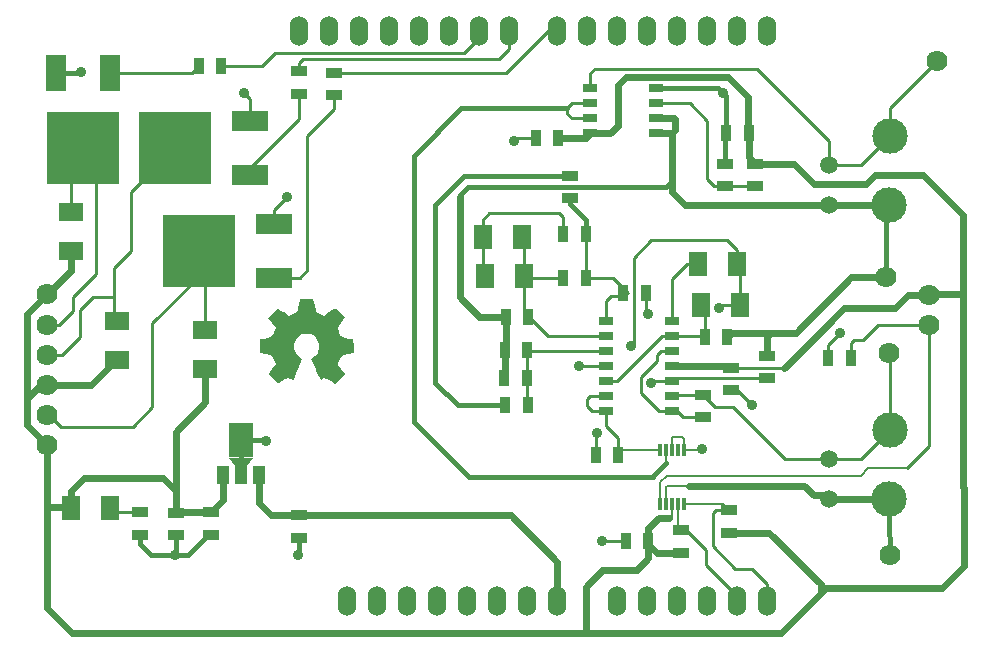
<source format=gtl>
G04 (created by PCBNEW (2013-07-07 BZR 4022)-stable) date 12/24/2014 2:10:28 AM*
%MOIN*%
G04 Gerber Fmt 3.4, Leading zero omitted, Abs format*
%FSLAX34Y34*%
G01*
G70*
G90*
G04 APERTURE LIST*
%ADD10C,0.00590551*%
%ADD11C,0.0001*%
%ADD12R,0.05X0.025*%
%ADD13R,0.055X0.035*%
%ADD14R,0.035X0.055*%
%ADD15R,0.0118X0.0402*%
%ADD16C,0.0700787*%
%ADD17R,0.12X0.065*%
%ADD18R,0.24X0.24*%
%ADD19R,0.065X0.12*%
%ADD20O,0.06X0.1*%
%ADD21C,0.0590551*%
%ADD22C,0.11811*%
%ADD23R,0.0394X0.0591*%
%ADD24R,0.0787X0.1181*%
%ADD25R,0.06X0.08*%
%ADD26R,0.08X0.06*%
%ADD27C,0.035*%
%ADD28C,0.01*%
%ADD29C,0.007*%
%ADD30C,0.015*%
%ADD31C,0.024*%
G04 APERTURE END LIST*
G54D10*
G54D11*
G36*
X73216Y-36727D02*
X73009Y-36772D01*
X72895Y-36799D01*
X72827Y-36827D01*
X72785Y-36872D01*
X72748Y-36947D01*
X72738Y-36971D01*
X72675Y-37126D01*
X72793Y-37290D01*
X72911Y-37455D01*
X72750Y-37614D01*
X72588Y-37773D01*
X72446Y-37670D01*
X72320Y-37593D01*
X72225Y-37568D01*
X72167Y-37595D01*
X72164Y-37600D01*
X72139Y-37626D01*
X72112Y-37620D01*
X72078Y-37574D01*
X72033Y-37481D01*
X71970Y-37336D01*
X71947Y-37280D01*
X71803Y-36927D01*
X71907Y-36845D01*
X72007Y-36728D01*
X72056Y-36585D01*
X72053Y-36434D01*
X72000Y-36291D01*
X71910Y-36185D01*
X71785Y-36119D01*
X71638Y-36096D01*
X71495Y-36120D01*
X71401Y-36169D01*
X71284Y-36298D01*
X71226Y-36444D01*
X71227Y-36596D01*
X71287Y-36742D01*
X71398Y-36861D01*
X71484Y-36929D01*
X71344Y-37273D01*
X71287Y-37411D01*
X71240Y-37525D01*
X71208Y-37601D01*
X71196Y-37626D01*
X71164Y-37621D01*
X71103Y-37596D01*
X71029Y-37575D01*
X70961Y-37595D01*
X70923Y-37617D01*
X70811Y-37690D01*
X70738Y-37730D01*
X70687Y-37736D01*
X70639Y-37708D01*
X70576Y-37646D01*
X70540Y-37608D01*
X70386Y-37450D01*
X70498Y-37287D01*
X70609Y-37124D01*
X70549Y-36970D01*
X70512Y-36886D01*
X70474Y-36835D01*
X70414Y-36804D01*
X70313Y-36778D01*
X70283Y-36772D01*
X70077Y-36727D01*
X70087Y-36506D01*
X70097Y-36286D01*
X70230Y-36260D01*
X70335Y-36239D01*
X70422Y-36220D01*
X70434Y-36217D01*
X70499Y-36169D01*
X70558Y-36058D01*
X70562Y-36050D01*
X70619Y-35900D01*
X70495Y-35731D01*
X70371Y-35562D01*
X70516Y-35414D01*
X70596Y-35337D01*
X70659Y-35283D01*
X70688Y-35266D01*
X70729Y-35284D01*
X70806Y-35329D01*
X70885Y-35380D01*
X71054Y-35494D01*
X71192Y-35436D01*
X71266Y-35401D01*
X71312Y-35363D01*
X71341Y-35302D01*
X71367Y-35200D01*
X71377Y-35154D01*
X71424Y-34930D01*
X71642Y-34940D01*
X71860Y-34950D01*
X71912Y-35164D01*
X71943Y-35280D01*
X71973Y-35351D01*
X72017Y-35394D01*
X72087Y-35430D01*
X72101Y-35436D01*
X72239Y-35494D01*
X72399Y-35380D01*
X72491Y-35319D01*
X72564Y-35277D01*
X72596Y-35266D01*
X72637Y-35289D01*
X72707Y-35346D01*
X72773Y-35409D01*
X72913Y-35552D01*
X72793Y-35729D01*
X72674Y-35907D01*
X72730Y-36053D01*
X72761Y-36128D01*
X72794Y-36176D01*
X72846Y-36208D01*
X72932Y-36233D01*
X73064Y-36260D01*
X73197Y-36286D01*
X73207Y-36506D01*
X73216Y-36727D01*
X73216Y-36727D01*
X73216Y-36727D01*
G37*
G54D12*
X83290Y-29420D03*
X83290Y-28920D03*
X83290Y-28420D03*
X83290Y-27920D03*
X81090Y-27920D03*
X81090Y-28420D03*
X81090Y-28920D03*
X81090Y-29420D03*
G54D13*
X85785Y-37230D03*
X85785Y-37980D03*
G54D14*
X82940Y-34748D03*
X82190Y-34748D03*
X84919Y-36212D03*
X85669Y-36212D03*
X80945Y-34240D03*
X80195Y-34240D03*
G54D13*
X86985Y-36840D03*
X86985Y-37590D03*
X84851Y-38880D03*
X84851Y-38130D03*
G54D14*
X82025Y-40140D03*
X81275Y-40140D03*
X86375Y-29400D03*
X85625Y-29400D03*
G54D13*
X68460Y-42045D03*
X68460Y-42795D03*
X67280Y-42065D03*
X67280Y-42815D03*
X71380Y-42145D03*
X71380Y-42895D03*
X66100Y-42795D03*
X66100Y-42045D03*
X86600Y-30425D03*
X86600Y-31175D03*
X85600Y-31175D03*
X85600Y-30425D03*
G54D14*
X79035Y-35530D03*
X78285Y-35530D03*
X68791Y-27170D03*
X68041Y-27170D03*
G54D13*
X71402Y-27351D03*
X71402Y-28101D03*
X84126Y-43404D03*
X84126Y-42654D03*
X85722Y-42725D03*
X85722Y-41975D03*
G54D14*
X83038Y-43008D03*
X82288Y-43008D03*
X78985Y-37580D03*
X78235Y-37580D03*
X78265Y-38490D03*
X79015Y-38490D03*
X79005Y-36629D03*
X78255Y-36629D03*
X80945Y-32790D03*
X80195Y-32790D03*
G54D13*
X72570Y-27407D03*
X72570Y-28157D03*
G54D14*
X89025Y-36910D03*
X89775Y-36910D03*
G54D13*
X80415Y-31590D03*
X80415Y-30840D03*
G54D15*
X84216Y-39965D03*
X84019Y-39965D03*
X83822Y-39965D03*
X83625Y-39965D03*
X83428Y-39965D03*
X83428Y-41777D03*
X83625Y-41777D03*
X83822Y-41777D03*
X84019Y-41777D03*
X84216Y-41777D03*
G54D12*
X83809Y-38668D03*
X83809Y-38168D03*
X83809Y-37668D03*
X83809Y-37168D03*
X83809Y-36668D03*
X83809Y-36168D03*
X83809Y-35668D03*
X81609Y-35668D03*
X81609Y-36168D03*
X81609Y-36668D03*
X81609Y-37168D03*
X81609Y-37668D03*
X81609Y-38168D03*
X81609Y-38668D03*
G54D16*
X63000Y-39800D03*
X62990Y-38806D03*
X62990Y-37802D03*
X62990Y-36798D03*
X62990Y-35794D03*
X62990Y-34790D03*
X92400Y-35800D03*
X92400Y-34796D03*
G54D17*
X70550Y-34228D03*
G54D18*
X68050Y-33328D03*
G54D17*
X70550Y-32428D03*
X69752Y-30814D03*
G54D18*
X67252Y-29914D03*
G54D17*
X69752Y-29014D03*
G54D19*
X65100Y-27400D03*
G54D18*
X64200Y-29900D03*
G54D19*
X63300Y-27400D03*
G54D20*
X78400Y-26000D03*
X77400Y-26000D03*
X76400Y-26000D03*
X75400Y-26000D03*
X74400Y-26000D03*
X73400Y-26000D03*
X72400Y-26000D03*
X71400Y-26000D03*
X76000Y-45000D03*
X75000Y-45000D03*
X74000Y-45000D03*
X73000Y-45000D03*
X77000Y-45000D03*
X78000Y-45000D03*
X79000Y-45000D03*
X80000Y-45000D03*
X82000Y-45000D03*
X83000Y-45000D03*
X84000Y-45000D03*
X85000Y-45000D03*
X86000Y-45000D03*
X87000Y-45000D03*
X87000Y-26000D03*
X86000Y-26000D03*
X85000Y-26000D03*
X84000Y-26000D03*
X83000Y-26000D03*
X82000Y-26000D03*
X81000Y-26000D03*
X80000Y-26000D03*
G54D21*
X89054Y-30477D03*
X89073Y-31815D03*
G54D22*
X91078Y-29509D03*
X91056Y-31797D03*
G54D21*
X89054Y-40277D03*
X89073Y-41615D03*
G54D22*
X91078Y-39309D03*
X91056Y-41597D03*
G54D14*
X80037Y-29568D03*
X79287Y-29568D03*
G54D23*
X68869Y-40809D03*
X69460Y-40809D03*
X70051Y-40809D03*
G54D24*
X69460Y-39647D03*
G54D10*
G36*
X69854Y-40227D02*
X69657Y-40522D01*
X69263Y-40522D01*
X69066Y-40227D01*
X69854Y-40227D01*
X69854Y-40227D01*
G37*
G54D25*
X77580Y-34170D03*
X78880Y-34170D03*
X78810Y-32860D03*
X77510Y-32860D03*
X84688Y-33770D03*
X85988Y-33770D03*
X86076Y-35156D03*
X84776Y-35156D03*
X63790Y-41900D03*
X65090Y-41900D03*
G54D26*
X68260Y-35970D03*
X68260Y-37270D03*
X65320Y-35670D03*
X65320Y-36970D03*
X63780Y-32030D03*
X63780Y-33330D03*
G54D16*
X92640Y-27020D03*
X90940Y-34200D03*
X91040Y-36740D03*
X91080Y-43470D03*
G54D27*
X81320Y-39410D03*
X82440Y-36520D03*
X85390Y-35250D03*
X83020Y-35448D03*
X83132Y-37737D03*
X84812Y-39933D03*
X78555Y-29670D03*
X89430Y-36075D03*
X86490Y-38490D03*
X81495Y-43020D03*
X80730Y-37185D03*
X71360Y-43460D03*
X70280Y-39680D03*
X67240Y-43460D03*
X70994Y-31528D03*
X69548Y-28060D03*
X85515Y-28070D03*
X64130Y-27360D03*
X92400Y-34796D03*
G54D28*
X72570Y-27407D02*
X78287Y-27407D01*
X79694Y-26000D02*
X80000Y-26000D01*
X78287Y-27407D02*
X79694Y-26000D01*
X71402Y-27351D02*
X71402Y-27076D01*
X78400Y-26610D02*
X78400Y-26000D01*
X78062Y-26948D02*
X78400Y-26610D01*
X71530Y-26948D02*
X78062Y-26948D01*
X71402Y-27076D02*
X71530Y-26948D01*
X68791Y-27170D02*
X70160Y-27170D01*
X77400Y-26254D02*
X77400Y-26000D01*
X76906Y-26747D02*
X77400Y-26254D01*
X70582Y-26747D02*
X76906Y-26747D01*
X70160Y-27170D02*
X70582Y-26747D01*
X85722Y-41975D02*
X85285Y-41975D01*
X87000Y-44447D02*
X87000Y-45000D01*
X86485Y-43932D02*
X87000Y-44447D01*
X85918Y-43932D02*
X86485Y-43932D01*
X85176Y-43190D02*
X85918Y-43932D01*
X85176Y-42084D02*
X85176Y-43190D01*
X85285Y-41975D02*
X85176Y-42084D01*
G54D29*
X84216Y-41777D02*
X85524Y-41777D01*
X85524Y-41777D02*
X85722Y-41975D01*
X84019Y-41777D02*
X84019Y-42547D01*
X84019Y-42547D02*
X84126Y-42654D01*
G54D28*
X84126Y-42654D02*
X84297Y-42654D01*
X86000Y-44826D02*
X86000Y-45000D01*
X84966Y-43792D02*
X86000Y-44826D01*
X84966Y-43323D02*
X84966Y-43792D01*
X84297Y-42654D02*
X84966Y-43323D01*
G54D29*
X83428Y-39965D02*
X82200Y-39965D01*
X82200Y-39965D02*
X82025Y-40140D01*
G54D28*
X81609Y-38668D02*
X81609Y-39161D01*
X82025Y-39577D02*
X82025Y-40140D01*
X81609Y-39161D02*
X82025Y-39577D01*
X81609Y-38668D02*
X81151Y-38668D01*
X81091Y-38168D02*
X81609Y-38168D01*
X80983Y-38276D02*
X81091Y-38168D01*
X80983Y-38500D02*
X80983Y-38276D01*
X81151Y-38668D02*
X80983Y-38500D01*
X90200Y-36300D02*
X89875Y-36300D01*
X89775Y-36400D02*
X89775Y-36910D01*
X89875Y-36300D02*
X89775Y-36400D01*
X90700Y-35800D02*
X92400Y-35800D01*
X90200Y-36300D02*
X90700Y-35800D01*
G54D29*
X90664Y-40590D02*
X90373Y-40590D01*
X83428Y-41053D02*
X83428Y-41777D01*
X83650Y-40831D02*
X83428Y-41053D01*
X90132Y-40831D02*
X83650Y-40831D01*
X90373Y-40590D02*
X90132Y-40831D01*
X90569Y-40590D02*
X90664Y-40590D01*
X90664Y-40590D02*
X91650Y-40590D01*
X91650Y-40590D02*
X91616Y-40590D01*
G54D28*
X91650Y-40590D02*
X92400Y-39840D01*
X92400Y-35800D02*
X92400Y-39840D01*
X92380Y-35780D02*
X92400Y-35800D01*
G54D30*
X82922Y-40866D02*
X83174Y-40866D01*
X77046Y-40866D02*
X75210Y-39030D01*
X75210Y-39030D02*
X75210Y-30165D01*
X75210Y-30165D02*
X76805Y-28570D01*
X80330Y-28570D02*
X76805Y-28570D01*
X82922Y-40866D02*
X77046Y-40866D01*
X83625Y-40415D02*
X83202Y-40838D01*
G54D29*
X83625Y-40415D02*
X83625Y-39965D01*
G54D30*
X83174Y-40866D02*
X83202Y-40838D01*
G54D28*
X81090Y-28420D02*
X80480Y-28420D01*
X80480Y-28420D02*
X80330Y-28570D01*
X80490Y-28920D02*
X81090Y-28920D01*
X80330Y-28570D02*
X80330Y-28760D01*
X80330Y-28760D02*
X80490Y-28920D01*
X81275Y-39455D02*
X81275Y-40140D01*
X81320Y-39410D02*
X81275Y-39455D01*
X85988Y-33770D02*
X85988Y-33318D01*
X82550Y-36410D02*
X82440Y-36520D01*
X82550Y-33560D02*
X82550Y-36410D01*
X83120Y-32990D02*
X82550Y-33560D01*
X85660Y-32990D02*
X83120Y-32990D01*
X85988Y-33318D02*
X85660Y-32990D01*
X86076Y-35156D02*
X85484Y-35156D01*
X85484Y-35156D02*
X85390Y-35250D01*
X86076Y-35156D02*
X86076Y-33858D01*
X86076Y-33858D02*
X85988Y-33770D01*
X91078Y-39309D02*
X91078Y-36778D01*
X91078Y-36778D02*
X91040Y-36740D01*
X89054Y-40277D02*
X87587Y-40277D01*
X85271Y-38550D02*
X84851Y-38130D01*
X85860Y-38550D02*
X85271Y-38550D01*
X87587Y-40277D02*
X85860Y-38550D01*
X89054Y-40277D02*
X90110Y-40277D01*
X90110Y-40277D02*
X91078Y-39309D01*
X88997Y-40220D02*
X89054Y-40277D01*
X84851Y-38130D02*
X83847Y-38130D01*
X83847Y-38130D02*
X83809Y-38168D01*
X77510Y-32860D02*
X77510Y-34100D01*
X77510Y-34100D02*
X77580Y-34170D01*
X80195Y-32790D02*
X80195Y-32205D01*
X77510Y-32300D02*
X77510Y-32860D01*
X77730Y-32080D02*
X77510Y-32300D01*
X80070Y-32080D02*
X77730Y-32080D01*
X80195Y-32205D02*
X80070Y-32080D01*
X84919Y-36212D02*
X84919Y-35299D01*
X84919Y-35299D02*
X84776Y-35156D01*
X83809Y-36168D02*
X84875Y-36168D01*
X84875Y-36168D02*
X84919Y-36212D01*
X83809Y-36168D02*
X83476Y-36168D01*
X81976Y-37668D02*
X81609Y-37668D01*
X83476Y-36168D02*
X81976Y-37668D01*
X83809Y-35668D02*
X83809Y-34274D01*
X84313Y-33770D02*
X84688Y-33770D01*
X83809Y-34274D02*
X84313Y-33770D01*
X81609Y-36668D02*
X79044Y-36668D01*
X79044Y-36668D02*
X79005Y-36629D01*
X78985Y-37580D02*
X78985Y-38460D01*
X78985Y-38460D02*
X79015Y-38490D01*
X79005Y-36629D02*
X79005Y-37560D01*
X79005Y-37560D02*
X78985Y-37580D01*
X79035Y-35530D02*
X79050Y-35530D01*
X79688Y-36168D02*
X81609Y-36168D01*
X79050Y-35530D02*
X79688Y-36168D01*
X78880Y-34170D02*
X78880Y-35375D01*
X78880Y-35375D02*
X79035Y-35530D01*
X78880Y-34170D02*
X78880Y-32930D01*
X78880Y-32930D02*
X78810Y-32860D01*
X80195Y-34240D02*
X78950Y-34240D01*
X78950Y-34240D02*
X78880Y-34170D01*
G54D30*
X80415Y-31590D02*
X80415Y-31785D01*
X80945Y-32315D02*
X80945Y-32790D01*
X80415Y-31785D02*
X80945Y-32315D01*
G54D28*
X81609Y-35668D02*
X81609Y-35009D01*
X82098Y-34840D02*
X82190Y-34748D01*
X81778Y-34840D02*
X82098Y-34840D01*
X81609Y-35009D02*
X81778Y-34840D01*
X80945Y-34240D02*
X81841Y-34240D01*
X82349Y-34748D02*
X82190Y-34748D01*
X81841Y-34240D02*
X82349Y-34748D01*
X80945Y-32790D02*
X80945Y-34240D01*
G54D30*
X77145Y-38490D02*
X76680Y-38490D01*
X76875Y-30840D02*
X80415Y-30840D01*
X75915Y-31800D02*
X76875Y-30840D01*
X75915Y-37725D02*
X75915Y-31800D01*
X76680Y-38490D02*
X75915Y-37725D01*
X78265Y-38490D02*
X77145Y-38490D01*
G54D28*
X77145Y-38490D02*
X77080Y-38490D01*
X83290Y-28420D02*
X84420Y-28420D01*
X85225Y-31175D02*
X85000Y-30950D01*
X85000Y-30950D02*
X85000Y-29000D01*
X85000Y-29000D02*
X84420Y-28420D01*
X85225Y-31175D02*
X85600Y-31175D01*
X85600Y-31175D02*
X86600Y-31175D01*
X68260Y-35970D02*
X68260Y-33538D01*
X68260Y-33538D02*
X68050Y-33328D01*
X65210Y-39198D02*
X65864Y-39198D01*
X68050Y-34194D02*
X68050Y-33328D01*
X66506Y-35738D02*
X68050Y-34194D01*
X66506Y-38556D02*
X66506Y-35738D01*
X65864Y-39198D02*
X66506Y-38556D01*
X62990Y-38806D02*
X63066Y-38806D01*
X63458Y-39198D02*
X65210Y-39198D01*
X63066Y-38806D02*
X63458Y-39198D01*
X65210Y-34840D02*
X65210Y-35560D01*
X65210Y-35560D02*
X65320Y-35670D01*
X65210Y-34872D02*
X65210Y-34840D01*
X65210Y-34840D02*
X65210Y-33918D01*
X65782Y-31384D02*
X67252Y-29914D01*
X65782Y-33346D02*
X65782Y-31384D01*
X65210Y-33918D02*
X65782Y-33346D01*
X65210Y-34872D02*
X64538Y-34872D01*
X63501Y-36798D02*
X62990Y-36798D01*
X64100Y-36200D02*
X63501Y-36798D01*
X64100Y-35310D02*
X64100Y-36200D01*
X64538Y-34872D02*
X64100Y-35310D01*
X63780Y-32030D02*
X63780Y-30320D01*
X63780Y-30320D02*
X64200Y-29900D01*
X64618Y-33020D02*
X64618Y-30318D01*
X64618Y-30318D02*
X64200Y-29900D01*
X62990Y-35794D02*
X63395Y-35794D01*
X64618Y-34102D02*
X64618Y-33020D01*
X63840Y-34880D02*
X64618Y-34102D01*
X63840Y-35350D02*
X63840Y-34880D01*
X63395Y-35794D02*
X63840Y-35350D01*
X91078Y-29509D02*
X91078Y-28582D01*
X91078Y-28582D02*
X92640Y-27020D01*
X89054Y-30477D02*
X90110Y-30477D01*
X90110Y-30477D02*
X91078Y-29509D01*
X81090Y-27920D02*
X81090Y-27410D01*
X89054Y-29674D02*
X89054Y-30477D01*
X86640Y-27260D02*
X89054Y-29674D01*
X81240Y-27260D02*
X86640Y-27260D01*
X81090Y-27410D02*
X81240Y-27260D01*
X86985Y-37590D02*
X83887Y-37590D01*
X83887Y-37590D02*
X83809Y-37668D01*
X83809Y-37668D02*
X83201Y-37668D01*
X82940Y-35368D02*
X82940Y-34748D01*
X83020Y-35448D02*
X82940Y-35368D01*
X83201Y-37668D02*
X83132Y-37737D01*
X83809Y-38668D02*
X83384Y-38668D01*
X83452Y-36668D02*
X83809Y-36668D01*
X83314Y-36806D02*
X83452Y-36668D01*
X83314Y-37016D02*
X83314Y-36806D01*
X82796Y-37534D02*
X83314Y-37016D01*
X82796Y-38080D02*
X82796Y-37534D01*
X83384Y-38668D02*
X82796Y-38080D01*
X83809Y-38668D02*
X83976Y-38668D01*
X84188Y-38880D02*
X84851Y-38880D01*
X83976Y-38668D02*
X84188Y-38880D01*
G54D29*
X84216Y-39965D02*
X84780Y-39965D01*
X84780Y-39965D02*
X84812Y-39933D01*
X83822Y-39965D02*
X83822Y-39542D01*
X84216Y-39606D02*
X84216Y-39965D01*
X84150Y-39540D02*
X84216Y-39606D01*
X83824Y-39540D02*
X84150Y-39540D01*
X83822Y-39542D02*
X83824Y-39540D01*
G54D28*
X79287Y-29568D02*
X78657Y-29568D01*
X78657Y-29568D02*
X78555Y-29670D01*
X89025Y-36910D02*
X89025Y-36480D01*
X89025Y-36480D02*
X89430Y-36075D01*
X85785Y-37980D02*
X85980Y-37980D01*
X85980Y-37980D02*
X86490Y-38490D01*
X82288Y-43008D02*
X81507Y-43008D01*
X81507Y-43008D02*
X81495Y-43020D01*
X81609Y-37168D02*
X80747Y-37168D01*
X80747Y-37168D02*
X80730Y-37185D01*
G54D30*
X69460Y-40809D02*
X69460Y-40375D01*
X71380Y-42895D02*
X71380Y-43440D01*
X71380Y-43440D02*
X71360Y-43460D01*
X69460Y-39647D02*
X70247Y-39647D01*
X70247Y-39647D02*
X70280Y-39680D01*
X69460Y-40809D02*
X69460Y-39647D01*
X66100Y-42795D02*
X66100Y-43100D01*
X66460Y-43460D02*
X67240Y-43460D01*
X66100Y-43100D02*
X66460Y-43460D01*
X67240Y-43460D02*
X67700Y-43460D01*
X67280Y-43420D02*
X67240Y-43460D01*
X67280Y-42815D02*
X67280Y-43420D01*
X68365Y-42795D02*
X68460Y-42795D01*
X67700Y-43460D02*
X68365Y-42795D01*
X85600Y-30425D02*
X85600Y-29425D01*
X85600Y-29425D02*
X85625Y-29400D01*
G54D28*
X70550Y-32428D02*
X70550Y-31972D01*
X70550Y-31972D02*
X70994Y-31528D01*
X69752Y-29014D02*
X69752Y-28264D01*
X69752Y-28264D02*
X69548Y-28060D01*
G54D30*
X83290Y-27920D02*
X85365Y-27920D01*
X85625Y-28180D02*
X85515Y-28070D01*
X85625Y-28180D02*
X85625Y-29400D01*
X85365Y-27920D02*
X85515Y-28070D01*
X63300Y-27400D02*
X64090Y-27400D01*
X64090Y-27400D02*
X64130Y-27360D01*
G54D28*
X70550Y-34228D02*
X71410Y-34228D01*
X72570Y-28598D02*
X72570Y-28157D01*
X71662Y-29506D02*
X72570Y-28598D01*
X71662Y-33976D02*
X71662Y-29506D01*
X71410Y-34228D02*
X71662Y-33976D01*
X69752Y-30814D02*
X69752Y-30582D01*
X71402Y-28932D02*
X71402Y-28101D01*
X69752Y-30582D02*
X71402Y-28932D01*
X65100Y-27400D02*
X67811Y-27400D01*
X67811Y-27400D02*
X68041Y-27170D01*
X66100Y-42045D02*
X65235Y-42045D01*
X65235Y-42045D02*
X65090Y-41900D01*
G54D31*
X92400Y-34796D02*
X91703Y-34796D01*
X87746Y-37063D02*
X89220Y-35590D01*
X87746Y-37063D02*
X87740Y-37063D01*
X89566Y-35244D02*
X89220Y-35590D01*
X91256Y-35244D02*
X89566Y-35244D01*
X91703Y-34796D02*
X91256Y-35244D01*
X83809Y-37168D02*
X85723Y-37168D01*
X85723Y-37168D02*
X85785Y-37230D01*
G54D28*
X85785Y-37230D02*
X87573Y-37230D01*
G54D31*
X87573Y-37230D02*
X87740Y-37063D01*
X87740Y-37063D02*
X87795Y-37007D01*
X92400Y-34796D02*
X92411Y-34785D01*
X92411Y-34785D02*
X93510Y-34785D01*
X83038Y-43008D02*
X83038Y-43585D01*
X80948Y-44534D02*
X80948Y-46070D01*
X81501Y-43981D02*
X80948Y-44534D01*
X82642Y-43981D02*
X81501Y-43981D01*
X83038Y-43585D02*
X82642Y-43981D01*
X83038Y-43008D02*
X83038Y-42589D01*
G54D29*
X83822Y-42160D02*
X83822Y-41777D01*
X83736Y-42246D02*
X83822Y-42160D01*
G54D31*
X83381Y-42246D02*
X83736Y-42246D01*
X83038Y-42589D02*
X83381Y-42246D01*
X85722Y-42725D02*
X87056Y-42725D01*
X88774Y-44756D02*
X88760Y-44770D01*
X88774Y-44443D02*
X88774Y-44756D01*
X87056Y-42725D02*
X88774Y-44443D01*
X83038Y-43008D02*
X83038Y-43110D01*
X83332Y-43404D02*
X84126Y-43404D01*
X83038Y-43110D02*
X83332Y-43404D01*
X81090Y-29420D02*
X81770Y-29420D01*
X86340Y-29365D02*
X86375Y-29400D01*
X86340Y-28200D02*
X86340Y-29365D01*
X85690Y-27550D02*
X86340Y-28200D01*
X82290Y-27550D02*
X85690Y-27550D01*
X82030Y-27810D02*
X82290Y-27550D01*
X82030Y-29160D02*
X82030Y-27810D01*
X81770Y-29420D02*
X82030Y-29160D01*
X80037Y-29568D02*
X80942Y-29568D01*
X80942Y-29568D02*
X81090Y-29420D01*
X86600Y-30425D02*
X87875Y-30425D01*
X87875Y-30425D02*
X88560Y-31110D01*
X88560Y-31110D02*
X90285Y-31110D01*
X90285Y-31110D02*
X90585Y-30810D01*
X90585Y-30810D02*
X92190Y-30810D01*
X92190Y-30810D02*
X93510Y-32130D01*
X93510Y-34785D02*
X93510Y-32130D01*
X87460Y-46070D02*
X88760Y-44770D01*
X87330Y-46070D02*
X87460Y-46070D01*
X87330Y-46070D02*
X80948Y-46070D01*
X88760Y-44770D02*
X88950Y-44580D01*
X93510Y-41200D02*
X93510Y-34785D01*
X93550Y-41240D02*
X93510Y-41200D01*
X93550Y-43840D02*
X93550Y-41240D01*
X92810Y-44580D02*
X93550Y-43840D01*
X88950Y-44580D02*
X92810Y-44580D01*
X80948Y-46070D02*
X64064Y-46070D01*
X64064Y-46070D02*
X63822Y-46070D01*
X63822Y-46070D02*
X63000Y-45248D01*
X63000Y-45248D02*
X63000Y-45000D01*
X63000Y-45000D02*
X63000Y-41710D01*
X64050Y-46070D02*
X64064Y-46070D01*
X67280Y-41380D02*
X67280Y-39360D01*
X67280Y-39360D02*
X68260Y-38380D01*
X68260Y-38380D02*
X68260Y-37270D01*
X67280Y-42065D02*
X67280Y-41380D01*
X67280Y-41380D02*
X67280Y-41340D01*
X67280Y-41340D02*
X66840Y-40900D01*
X66840Y-40900D02*
X64220Y-40900D01*
X64220Y-40900D02*
X63790Y-41330D01*
X63790Y-41330D02*
X63790Y-41900D01*
X68460Y-42045D02*
X67300Y-42045D01*
X67300Y-42045D02*
X67280Y-42065D01*
X68869Y-40809D02*
X68869Y-41636D01*
X68869Y-41636D02*
X68460Y-42045D01*
X63000Y-41880D02*
X63770Y-41880D01*
X63000Y-41710D02*
X63000Y-41880D01*
X63770Y-41880D02*
X63790Y-41900D01*
X63000Y-39800D02*
X63000Y-41710D01*
X62990Y-37802D02*
X64457Y-37802D01*
X65290Y-36970D02*
X65320Y-36970D01*
X64457Y-37802D02*
X65290Y-36970D01*
X62990Y-34790D02*
X62990Y-34790D01*
X63780Y-34000D02*
X63780Y-33330D01*
X62990Y-34790D02*
X63780Y-34000D01*
X62330Y-38250D02*
X62330Y-35450D01*
X62330Y-35450D02*
X62990Y-34790D01*
X62990Y-37802D02*
X62777Y-37802D01*
X62330Y-39130D02*
X63000Y-39800D01*
X62330Y-38250D02*
X62330Y-39130D01*
X62777Y-37802D02*
X62330Y-38250D01*
X63090Y-37702D02*
X62990Y-37802D01*
X86375Y-29400D02*
X86375Y-30200D01*
X86375Y-30200D02*
X86600Y-30425D01*
X86985Y-36840D02*
X86985Y-36210D01*
X86985Y-36210D02*
X87135Y-36060D01*
G54D29*
X83657Y-41181D02*
X84406Y-41181D01*
G54D31*
X88221Y-41167D02*
X88543Y-41489D01*
X88543Y-41489D02*
X88947Y-41489D01*
X88947Y-41489D02*
X89073Y-41615D01*
X84420Y-41167D02*
X88221Y-41167D01*
X84406Y-41181D02*
X84420Y-41167D01*
G54D29*
X83625Y-41777D02*
X83625Y-41213D01*
X83625Y-41213D02*
X83657Y-41181D01*
X83657Y-41181D02*
X83671Y-41167D01*
G54D31*
X91056Y-41597D02*
X89091Y-41597D01*
X89091Y-41597D02*
X89073Y-41615D01*
X90940Y-34200D02*
X89805Y-34200D01*
X85821Y-36060D02*
X85669Y-36212D01*
X87945Y-36060D02*
X87135Y-36060D01*
X87135Y-36060D02*
X85821Y-36060D01*
X89805Y-34200D02*
X87945Y-36060D01*
G54D30*
X76755Y-31545D02*
X76755Y-31470D01*
X76755Y-31470D02*
X77010Y-31215D01*
X83610Y-31215D02*
X83826Y-30999D01*
X77010Y-31215D02*
X83610Y-31215D01*
G54D31*
X78255Y-36629D02*
X78255Y-37560D01*
X78255Y-37560D02*
X78235Y-37580D01*
X78285Y-35530D02*
X78285Y-36599D01*
X78285Y-36599D02*
X78255Y-36629D01*
X77395Y-35530D02*
X78285Y-35530D01*
X76755Y-34890D02*
X77395Y-35530D01*
X76755Y-31545D02*
X76755Y-34890D01*
X83826Y-29420D02*
X83826Y-30330D01*
X83826Y-30330D02*
X83826Y-30999D01*
X83826Y-30999D02*
X83826Y-31375D01*
X84266Y-31815D02*
X89073Y-31815D01*
X83826Y-31375D02*
X84266Y-31815D01*
X83290Y-29420D02*
X83826Y-29420D01*
X83905Y-28920D02*
X83290Y-28920D01*
X83937Y-28952D02*
X83905Y-28920D01*
X83937Y-29309D02*
X83937Y-28952D01*
X83826Y-29420D02*
X83937Y-29309D01*
G54D30*
X91056Y-41597D02*
X91056Y-42256D01*
X91056Y-42256D02*
X91080Y-43470D01*
X90940Y-34200D02*
X90940Y-31913D01*
X90940Y-31913D02*
X91056Y-31797D01*
G54D31*
X91056Y-31797D02*
X89091Y-31797D01*
X89091Y-31797D02*
X89073Y-31815D01*
G54D28*
X91038Y-41615D02*
X91056Y-41597D01*
G54D31*
X70051Y-40809D02*
X70051Y-41739D01*
X70457Y-42145D02*
X71380Y-42145D01*
X70051Y-41739D02*
X70457Y-42145D01*
X71380Y-42145D02*
X78445Y-42145D01*
X78445Y-42145D02*
X80000Y-43700D01*
X80000Y-43700D02*
X80000Y-45000D01*
G54D30*
X70040Y-40820D02*
X70051Y-40809D01*
M02*

</source>
